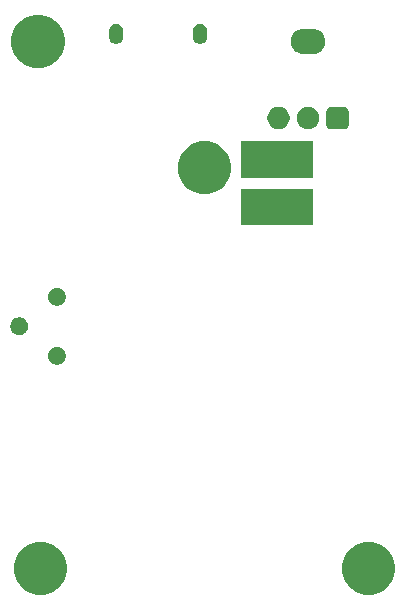
<source format=gbr>
G04 #@! TF.GenerationSoftware,KiCad,Pcbnew,(5.1.4)-1*
G04 #@! TF.CreationDate,2021-07-09T03:02:35+09:00*
G04 #@! TF.ProjectId,RemoteEmergencyKill,52656d6f-7465-4456-9d65-7267656e6379,rev?*
G04 #@! TF.SameCoordinates,Original*
G04 #@! TF.FileFunction,Soldermask,Bot*
G04 #@! TF.FilePolarity,Negative*
%FSLAX46Y46*%
G04 Gerber Fmt 4.6, Leading zero omitted, Abs format (unit mm)*
G04 Created by KiCad (PCBNEW (5.1.4)-1) date 2021-07-09 03:02:35*
%MOMM*%
%LPD*%
G04 APERTURE LIST*
%ADD10C,0.100000*%
G04 APERTURE END LIST*
D10*
G36*
X117310879Y-113499776D02*
G01*
X117691592Y-113575504D01*
X118101248Y-113745189D01*
X118469928Y-113991534D01*
X118783465Y-114305071D01*
X119029810Y-114673751D01*
X119199495Y-115083407D01*
X119285999Y-115518296D01*
X119285999Y-115961704D01*
X119199495Y-116396593D01*
X119029810Y-116806249D01*
X118783465Y-117174929D01*
X118469928Y-117488466D01*
X118101248Y-117734811D01*
X117691592Y-117904496D01*
X117310879Y-117980224D01*
X117256704Y-117991000D01*
X116813294Y-117991000D01*
X116759119Y-117980224D01*
X116378406Y-117904496D01*
X115968750Y-117734811D01*
X115600070Y-117488466D01*
X115286533Y-117174929D01*
X115040188Y-116806249D01*
X114870503Y-116396593D01*
X114783999Y-115961704D01*
X114783999Y-115518296D01*
X114870503Y-115083407D01*
X115040188Y-114673751D01*
X115286533Y-114305071D01*
X115600070Y-113991534D01*
X115968750Y-113745189D01*
X116378406Y-113575504D01*
X116759119Y-113499776D01*
X116813294Y-113489000D01*
X117256704Y-113489000D01*
X117310879Y-113499776D01*
X117310879Y-113499776D01*
G37*
G36*
X145110879Y-113499776D02*
G01*
X145491592Y-113575504D01*
X145901248Y-113745189D01*
X146269928Y-113991534D01*
X146583465Y-114305071D01*
X146829810Y-114673751D01*
X146999495Y-115083407D01*
X147085999Y-115518296D01*
X147085999Y-115961704D01*
X146999495Y-116396593D01*
X146829810Y-116806249D01*
X146583465Y-117174929D01*
X146269928Y-117488466D01*
X145901248Y-117734811D01*
X145491592Y-117904496D01*
X145110879Y-117980224D01*
X145056704Y-117991000D01*
X144613294Y-117991000D01*
X144559119Y-117980224D01*
X144178406Y-117904496D01*
X143768750Y-117734811D01*
X143400070Y-117488466D01*
X143086533Y-117174929D01*
X142840188Y-116806249D01*
X142670503Y-116396593D01*
X142583999Y-115961704D01*
X142583999Y-115518296D01*
X142670503Y-115083407D01*
X142840188Y-114673751D01*
X143086533Y-114305071D01*
X143400070Y-113991534D01*
X143768750Y-113745189D01*
X144178406Y-113575504D01*
X144559119Y-113499776D01*
X144613294Y-113489000D01*
X145056704Y-113489000D01*
X145110879Y-113499776D01*
X145110879Y-113499776D01*
G37*
G36*
X118659059Y-97027860D02*
G01*
X118795732Y-97084472D01*
X118918735Y-97166660D01*
X119023340Y-97271265D01*
X119105528Y-97394268D01*
X119162140Y-97530941D01*
X119191000Y-97676033D01*
X119191000Y-97823967D01*
X119162140Y-97969059D01*
X119105528Y-98105732D01*
X119023340Y-98228735D01*
X118918735Y-98333340D01*
X118795732Y-98415528D01*
X118795731Y-98415529D01*
X118795730Y-98415529D01*
X118659059Y-98472140D01*
X118513968Y-98501000D01*
X118366032Y-98501000D01*
X118220941Y-98472140D01*
X118084270Y-98415529D01*
X118084269Y-98415529D01*
X118084268Y-98415528D01*
X117961265Y-98333340D01*
X117856660Y-98228735D01*
X117774472Y-98105732D01*
X117717860Y-97969059D01*
X117689000Y-97823967D01*
X117689000Y-97676033D01*
X117717860Y-97530941D01*
X117774472Y-97394268D01*
X117856660Y-97271265D01*
X117961265Y-97166660D01*
X118084268Y-97084472D01*
X118220941Y-97027860D01*
X118366032Y-96999000D01*
X118513968Y-96999000D01*
X118659059Y-97027860D01*
X118659059Y-97027860D01*
G37*
G36*
X115459059Y-94527860D02*
G01*
X115595732Y-94584472D01*
X115718735Y-94666660D01*
X115823340Y-94771265D01*
X115905528Y-94894268D01*
X115962140Y-95030941D01*
X115991000Y-95176033D01*
X115991000Y-95323967D01*
X115962140Y-95469059D01*
X115905528Y-95605732D01*
X115823340Y-95728735D01*
X115718735Y-95833340D01*
X115595732Y-95915528D01*
X115595731Y-95915529D01*
X115595730Y-95915529D01*
X115459059Y-95972140D01*
X115313968Y-96001000D01*
X115166032Y-96001000D01*
X115020941Y-95972140D01*
X114884270Y-95915529D01*
X114884269Y-95915529D01*
X114884268Y-95915528D01*
X114761265Y-95833340D01*
X114656660Y-95728735D01*
X114574472Y-95605732D01*
X114517860Y-95469059D01*
X114489000Y-95323967D01*
X114489000Y-95176033D01*
X114517860Y-95030941D01*
X114574472Y-94894268D01*
X114656660Y-94771265D01*
X114761265Y-94666660D01*
X114884268Y-94584472D01*
X115020941Y-94527860D01*
X115166032Y-94499000D01*
X115313968Y-94499000D01*
X115459059Y-94527860D01*
X115459059Y-94527860D01*
G37*
G36*
X118659059Y-92027860D02*
G01*
X118795732Y-92084472D01*
X118918735Y-92166660D01*
X119023340Y-92271265D01*
X119105528Y-92394268D01*
X119162140Y-92530941D01*
X119191000Y-92676033D01*
X119191000Y-92823967D01*
X119162140Y-92969059D01*
X119105528Y-93105732D01*
X119023340Y-93228735D01*
X118918735Y-93333340D01*
X118795732Y-93415528D01*
X118795731Y-93415529D01*
X118795730Y-93415529D01*
X118659059Y-93472140D01*
X118513968Y-93501000D01*
X118366032Y-93501000D01*
X118220941Y-93472140D01*
X118084270Y-93415529D01*
X118084269Y-93415529D01*
X118084268Y-93415528D01*
X117961265Y-93333340D01*
X117856660Y-93228735D01*
X117774472Y-93105732D01*
X117717860Y-92969059D01*
X117689000Y-92823967D01*
X117689000Y-92676033D01*
X117717860Y-92530941D01*
X117774472Y-92394268D01*
X117856660Y-92271265D01*
X117961265Y-92166660D01*
X118084268Y-92084472D01*
X118220941Y-92027860D01*
X118366032Y-91999000D01*
X118513968Y-91999000D01*
X118659059Y-92027860D01*
X118659059Y-92027860D01*
G37*
G36*
X140131000Y-86691000D02*
G01*
X134029000Y-86691000D01*
X134029000Y-83589000D01*
X140131000Y-83589000D01*
X140131000Y-86691000D01*
X140131000Y-86691000D01*
G37*
G36*
X131210879Y-79599776D02*
G01*
X131591592Y-79675504D01*
X132001248Y-79845189D01*
X132369928Y-80091534D01*
X132683465Y-80405071D01*
X132929810Y-80773751D01*
X133099495Y-81183407D01*
X133185999Y-81618296D01*
X133185999Y-82061704D01*
X133099495Y-82496593D01*
X132929810Y-82906249D01*
X132683465Y-83274929D01*
X132369928Y-83588466D01*
X132001248Y-83834811D01*
X131591592Y-84004496D01*
X131210879Y-84080224D01*
X131156704Y-84091000D01*
X130713294Y-84091000D01*
X130659119Y-84080224D01*
X130278406Y-84004496D01*
X129868750Y-83834811D01*
X129500070Y-83588466D01*
X129186533Y-83274929D01*
X128940188Y-82906249D01*
X128770503Y-82496593D01*
X128683999Y-82061704D01*
X128683999Y-81618296D01*
X128770503Y-81183407D01*
X128940188Y-80773751D01*
X129186533Y-80405071D01*
X129500070Y-80091534D01*
X129868750Y-79845189D01*
X130278406Y-79675504D01*
X130659119Y-79599776D01*
X130713294Y-79589000D01*
X131156704Y-79589000D01*
X131210879Y-79599776D01*
X131210879Y-79599776D01*
G37*
G36*
X140131000Y-82691000D02*
G01*
X134029000Y-82691000D01*
X134029000Y-79589000D01*
X140131000Y-79589000D01*
X140131000Y-82691000D01*
X140131000Y-82691000D01*
G37*
G36*
X139977395Y-76705546D02*
G01*
X140150466Y-76777234D01*
X140150467Y-76777235D01*
X140306227Y-76881310D01*
X140438690Y-77013773D01*
X140438691Y-77013775D01*
X140542766Y-77169534D01*
X140614454Y-77342605D01*
X140651000Y-77526333D01*
X140651000Y-77713667D01*
X140614454Y-77897395D01*
X140542766Y-78070466D01*
X140542765Y-78070467D01*
X140438690Y-78226227D01*
X140306227Y-78358690D01*
X140304754Y-78359674D01*
X140150466Y-78462766D01*
X139977395Y-78534454D01*
X139793667Y-78571000D01*
X139606333Y-78571000D01*
X139422605Y-78534454D01*
X139249534Y-78462766D01*
X139095246Y-78359674D01*
X139093773Y-78358690D01*
X138961310Y-78226227D01*
X138857235Y-78070467D01*
X138857234Y-78070466D01*
X138785546Y-77897395D01*
X138749000Y-77713667D01*
X138749000Y-77526333D01*
X138785546Y-77342605D01*
X138857234Y-77169534D01*
X138961309Y-77013775D01*
X138961310Y-77013773D01*
X139093773Y-76881310D01*
X139249533Y-76777235D01*
X139249534Y-76777234D01*
X139422605Y-76705546D01*
X139606333Y-76669000D01*
X139793667Y-76669000D01*
X139977395Y-76705546D01*
X139977395Y-76705546D01*
G37*
G36*
X142818455Y-76677528D02*
G01*
X142895812Y-76700995D01*
X142967117Y-76739108D01*
X143029608Y-76790392D01*
X143080892Y-76852883D01*
X143119005Y-76924188D01*
X143142472Y-77001545D01*
X143151000Y-77088140D01*
X143151000Y-78151860D01*
X143142472Y-78238455D01*
X143119005Y-78315812D01*
X143080892Y-78387117D01*
X143029608Y-78449608D01*
X142967117Y-78500892D01*
X142895812Y-78539005D01*
X142818455Y-78562472D01*
X142731860Y-78571000D01*
X141668140Y-78571000D01*
X141581545Y-78562472D01*
X141504188Y-78539005D01*
X141432883Y-78500892D01*
X141370392Y-78449608D01*
X141319108Y-78387117D01*
X141280995Y-78315812D01*
X141257528Y-78238455D01*
X141249000Y-78151860D01*
X141249000Y-77088140D01*
X141257528Y-77001545D01*
X141280995Y-76924188D01*
X141319108Y-76852883D01*
X141370392Y-76790392D01*
X141432883Y-76739108D01*
X141504188Y-76700995D01*
X141581545Y-76677528D01*
X141668140Y-76669000D01*
X142731860Y-76669000D01*
X142818455Y-76677528D01*
X142818455Y-76677528D01*
G37*
G36*
X137477395Y-76705546D02*
G01*
X137650466Y-76777234D01*
X137650467Y-76777235D01*
X137806227Y-76881310D01*
X137938690Y-77013773D01*
X137938691Y-77013775D01*
X138042766Y-77169534D01*
X138114454Y-77342605D01*
X138151000Y-77526333D01*
X138151000Y-77713667D01*
X138114454Y-77897395D01*
X138042766Y-78070466D01*
X138042765Y-78070467D01*
X137938690Y-78226227D01*
X137806227Y-78358690D01*
X137804754Y-78359674D01*
X137650466Y-78462766D01*
X137477395Y-78534454D01*
X137293667Y-78571000D01*
X137106333Y-78571000D01*
X136922605Y-78534454D01*
X136749534Y-78462766D01*
X136595246Y-78359674D01*
X136593773Y-78358690D01*
X136461310Y-78226227D01*
X136357235Y-78070467D01*
X136357234Y-78070466D01*
X136285546Y-77897395D01*
X136249000Y-77713667D01*
X136249000Y-77526333D01*
X136285546Y-77342605D01*
X136357234Y-77169534D01*
X136461309Y-77013775D01*
X136461310Y-77013773D01*
X136593773Y-76881310D01*
X136749533Y-76777235D01*
X136749534Y-76777234D01*
X136922605Y-76705546D01*
X137106333Y-76669000D01*
X137293667Y-76669000D01*
X137477395Y-76705546D01*
X137477395Y-76705546D01*
G37*
G36*
X117115880Y-68879776D02*
G01*
X117496593Y-68955504D01*
X117906249Y-69125189D01*
X118274929Y-69371534D01*
X118588466Y-69685071D01*
X118834811Y-70053751D01*
X119004496Y-70463407D01*
X119091000Y-70898296D01*
X119091000Y-71341704D01*
X119004496Y-71776593D01*
X118834811Y-72186249D01*
X118588466Y-72554929D01*
X118274929Y-72868466D01*
X117906249Y-73114811D01*
X117496593Y-73284496D01*
X117115880Y-73360224D01*
X117061705Y-73371000D01*
X116618295Y-73371000D01*
X116564120Y-73360224D01*
X116183407Y-73284496D01*
X115773751Y-73114811D01*
X115405071Y-72868466D01*
X115091534Y-72554929D01*
X114845189Y-72186249D01*
X114675504Y-71776593D01*
X114589000Y-71341704D01*
X114589000Y-70898296D01*
X114675504Y-70463407D01*
X114845189Y-70053751D01*
X115091534Y-69685071D01*
X115405071Y-69371534D01*
X115773751Y-69125189D01*
X116183407Y-68955504D01*
X116564120Y-68879776D01*
X116618295Y-68869000D01*
X117061705Y-68869000D01*
X117115880Y-68879776D01*
X117115880Y-68879776D01*
G37*
G36*
X140203097Y-70074069D02*
G01*
X140306032Y-70084207D01*
X140500566Y-70143219D01*
X140504149Y-70144306D01*
X140600975Y-70196061D01*
X140686729Y-70241897D01*
X140846765Y-70373235D01*
X140978103Y-70533271D01*
X141023939Y-70619025D01*
X141075694Y-70715851D01*
X141075695Y-70715854D01*
X141135793Y-70913968D01*
X141156085Y-71120000D01*
X141135793Y-71326032D01*
X141103806Y-71431477D01*
X141075694Y-71524149D01*
X141023939Y-71620975D01*
X140978103Y-71706729D01*
X140846765Y-71866765D01*
X140686729Y-71998103D01*
X140624988Y-72031104D01*
X140504149Y-72095694D01*
X140504146Y-72095695D01*
X140306032Y-72155793D01*
X140203097Y-72165931D01*
X140151631Y-72171000D01*
X139248369Y-72171000D01*
X139196903Y-72165931D01*
X139093968Y-72155793D01*
X138895854Y-72095695D01*
X138895851Y-72095694D01*
X138775012Y-72031104D01*
X138713271Y-71998103D01*
X138553235Y-71866765D01*
X138421897Y-71706729D01*
X138376061Y-71620975D01*
X138324306Y-71524149D01*
X138296194Y-71431477D01*
X138264207Y-71326032D01*
X138243915Y-71120000D01*
X138264207Y-70913968D01*
X138324305Y-70715854D01*
X138324306Y-70715851D01*
X138376061Y-70619025D01*
X138421897Y-70533271D01*
X138553235Y-70373235D01*
X138713271Y-70241897D01*
X138799025Y-70196061D01*
X138895851Y-70144306D01*
X138899434Y-70143219D01*
X139093968Y-70084207D01*
X139196903Y-70074069D01*
X139248369Y-70069000D01*
X140151631Y-70069000D01*
X140203097Y-70074069D01*
X140203097Y-70074069D01*
G37*
G36*
X130667817Y-69642696D02*
G01*
X130781104Y-69677062D01*
X130885511Y-69732869D01*
X130885513Y-69732870D01*
X130885512Y-69732870D01*
X130977027Y-69807973D01*
X131040711Y-69885572D01*
X131052131Y-69899488D01*
X131107938Y-70003895D01*
X131142304Y-70117182D01*
X131151000Y-70205481D01*
X131151000Y-70764519D01*
X131142304Y-70852818D01*
X131107938Y-70966105D01*
X131052131Y-71070512D01*
X130977027Y-71162027D01*
X130885512Y-71237131D01*
X130781105Y-71292938D01*
X130667818Y-71327304D01*
X130550000Y-71338907D01*
X130432183Y-71327304D01*
X130318896Y-71292938D01*
X130214489Y-71237131D01*
X130122974Y-71162027D01*
X130047869Y-71070512D01*
X129992062Y-70966105D01*
X129957696Y-70852818D01*
X129949000Y-70764519D01*
X129949000Y-70205482D01*
X129957696Y-70117183D01*
X129992062Y-70003896D01*
X130047869Y-69899489D01*
X130071249Y-69871000D01*
X130122973Y-69807973D01*
X130214487Y-69732870D01*
X130214486Y-69732870D01*
X130214488Y-69732869D01*
X130318895Y-69677062D01*
X130432182Y-69642696D01*
X130550000Y-69631093D01*
X130667817Y-69642696D01*
X130667817Y-69642696D01*
G37*
G36*
X123567817Y-69642696D02*
G01*
X123681104Y-69677062D01*
X123785511Y-69732869D01*
X123785513Y-69732870D01*
X123785512Y-69732870D01*
X123877027Y-69807973D01*
X123940711Y-69885572D01*
X123952131Y-69899488D01*
X124007938Y-70003895D01*
X124042304Y-70117182D01*
X124051000Y-70205481D01*
X124051000Y-70764519D01*
X124042304Y-70852818D01*
X124007938Y-70966105D01*
X123952131Y-71070512D01*
X123877027Y-71162027D01*
X123785512Y-71237131D01*
X123681105Y-71292938D01*
X123567818Y-71327304D01*
X123450000Y-71338907D01*
X123332183Y-71327304D01*
X123218896Y-71292938D01*
X123114489Y-71237131D01*
X123022974Y-71162027D01*
X122947869Y-71070512D01*
X122892062Y-70966105D01*
X122857696Y-70852818D01*
X122849000Y-70764519D01*
X122849000Y-70205482D01*
X122857696Y-70117183D01*
X122892062Y-70003896D01*
X122947869Y-69899489D01*
X122971249Y-69871000D01*
X123022973Y-69807973D01*
X123114487Y-69732870D01*
X123114486Y-69732870D01*
X123114488Y-69732869D01*
X123218895Y-69677062D01*
X123332182Y-69642696D01*
X123450000Y-69631093D01*
X123567817Y-69642696D01*
X123567817Y-69642696D01*
G37*
M02*

</source>
